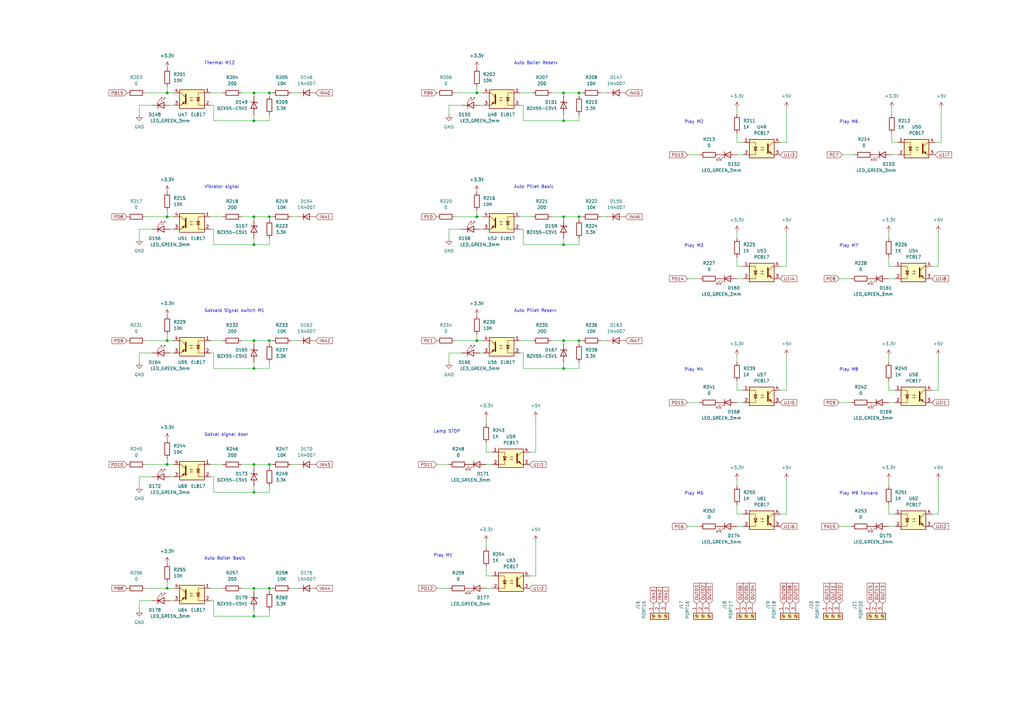
<source format=kicad_sch>
(kicad_sch (version 20211123) (generator eeschema)
  (paper "A3")
  (junction (at 110.49 241.3))
  (junction (at 104.14 88.9))
  (junction (at 195.58 88.9))
  (junction (at 104.14 49.53))
  (junction (at 104.14 201.93))
  (junction (at 104.14 241.3))
  (junction (at 110.49 38.1))
  (junction (at 237.49 38.1))
  (junction (at 68.58 38.1))
  (junction (at 195.58 139.7))
  (junction (at 68.58 139.7))
  (junction (at 231.14 151.13))
  (junction (at 231.14 38.1))
  (junction (at 231.14 49.53))
  (junction (at 231.14 88.9))
  (junction (at 104.14 151.13))
  (junction (at 104.14 100.33))
  (junction (at 68.58 88.9))
  (junction (at 104.14 38.1))
  (junction (at 110.49 190.5))
  (junction (at 231.14 100.33))
  (junction (at 237.49 139.7))
  (junction (at 104.14 252.73))
  (junction (at 110.49 88.9))
  (junction (at 195.58 38.1))
  (junction (at 231.14 139.7))
  (junction (at 237.49 88.9))
  (junction (at 104.14 139.7))
  (junction (at 68.58 241.3))
  (junction (at 110.49 139.7))
  (junction (at 68.58 190.5))
  (junction (at 104.14 190.5))
  (wire (pts (xy 104.14 191.77) (xy 104.14 190.5)))
  (wire (pts (xy 99.06 38.1) (xy 104.14 38.1)))
  (wire (pts (xy 214.63 49.53) (xy 231.14 49.53)))
  (wire (pts (xy 199.39 185.42) (xy 201.93 185.42)))
  (wire (pts (xy 231.14 97.79) (xy 231.14 100.33)))
  (wire (pts (xy 104.14 139.7) (xy 110.49 139.7)))
  (wire (pts (xy 364.49 95.25) (xy 364.49 97.79)))
  (wire (pts (xy 364.49 109.22) (xy 367.03 109.22)))
  (wire (pts (xy 322.58 196.85) (xy 322.58 210.82)))
  (wire (pts (xy 214.63 144.78) (xy 214.63 151.13)))
  (wire (pts (xy 104.14 241.3) (xy 110.49 241.3)))
  (wire (pts (xy 86.36 144.78) (xy 87.63 144.78)))
  (wire (pts (xy 364.49 146.05) (xy 364.49 148.59)))
  (wire (pts (xy 195.58 88.9) (xy 198.12 88.9)))
  (wire (pts (xy 237.49 140.97) (xy 237.49 139.7)))
  (wire (pts (xy 302.26 160.02) (xy 304.8 160.02)))
  (wire (pts (xy 383.54 58.42) (xy 386.08 58.42)))
  (wire (pts (xy 364.49 105.41) (xy 364.49 109.22)))
  (wire (pts (xy 186.69 139.7) (xy 195.58 139.7)))
  (wire (pts (xy 68.58 241.3) (xy 71.12 241.3)))
  (wire (pts (xy 231.14 140.97) (xy 231.14 139.7)))
  (wire (pts (xy 231.14 46.99) (xy 231.14 49.53)))
  (wire (pts (xy 302.26 196.85) (xy 302.26 199.39)))
  (wire (pts (xy 110.49 100.33) (xy 104.14 100.33)))
  (wire (pts (xy 186.69 88.9) (xy 195.58 88.9)))
  (wire (pts (xy 382.27 210.82) (xy 384.81 210.82)))
  (wire (pts (xy 196.85 93.98) (xy 198.12 93.98)))
  (wire (pts (xy 231.14 88.9) (xy 237.49 88.9)))
  (wire (pts (xy 184.15 46.99) (xy 184.15 43.18)))
  (wire (pts (xy 110.49 191.77) (xy 110.49 190.5)))
  (wire (pts (xy 214.63 43.18) (xy 214.63 49.53)))
  (wire (pts (xy 195.58 139.7) (xy 198.12 139.7)))
  (wire (pts (xy 104.14 97.79) (xy 104.14 100.33)))
  (wire (pts (xy 184.15 148.59) (xy 184.15 144.78)))
  (wire (pts (xy 226.06 139.7) (xy 231.14 139.7)))
  (wire (pts (xy 179.07 241.3) (xy 184.15 241.3)))
  (wire (pts (xy 119.38 190.5) (xy 121.92 190.5)))
  (wire (pts (xy 86.36 93.98) (xy 87.63 93.98)))
  (wire (pts (xy 87.63 246.38) (xy 87.63 252.73)))
  (wire (pts (xy 302.26 165.1) (xy 304.8 165.1)))
  (wire (pts (xy 87.63 93.98) (xy 87.63 100.33)))
  (wire (pts (xy 87.63 195.58) (xy 87.63 201.93)))
  (wire (pts (xy 384.81 95.25) (xy 384.81 109.22)))
  (wire (pts (xy 302.26 207.01) (xy 302.26 210.82)))
  (wire (pts (xy 68.58 238.76) (xy 68.58 241.3)))
  (wire (pts (xy 87.63 144.78) (xy 87.63 151.13)))
  (wire (pts (xy 104.14 38.1) (xy 110.49 38.1)))
  (wire (pts (xy 384.81 146.05) (xy 384.81 160.02)))
  (wire (pts (xy 68.58 35.56) (xy 68.58 38.1)))
  (wire (pts (xy 320.04 109.22) (xy 322.58 109.22)))
  (wire (pts (xy 302.26 146.05) (xy 302.26 148.59)))
  (wire (pts (xy 237.49 90.17) (xy 237.49 88.9)))
  (wire (pts (xy 59.69 38.1) (xy 68.58 38.1)))
  (wire (pts (xy 110.49 97.79) (xy 110.49 100.33)))
  (wire (pts (xy 213.36 88.9) (xy 218.44 88.9)))
  (wire (pts (xy 87.63 49.53) (xy 104.14 49.53)))
  (wire (pts (xy 199.39 171.45) (xy 199.39 173.99)))
  (wire (pts (xy 119.38 38.1) (xy 121.92 38.1)))
  (wire (pts (xy 110.49 38.1) (xy 111.76 38.1)))
  (wire (pts (xy 302.26 210.82) (xy 304.8 210.82)))
  (wire (pts (xy 110.49 49.53) (xy 104.14 49.53)))
  (wire (pts (xy 345.44 63.5) (xy 350.52 63.5)))
  (wire (pts (xy 237.49 151.13) (xy 231.14 151.13)))
  (wire (pts (xy 231.14 139.7) (xy 237.49 139.7)))
  (wire (pts (xy 195.58 35.56) (xy 195.58 38.1)))
  (wire (pts (xy 281.94 215.9) (xy 287.02 215.9)))
  (wire (pts (xy 68.58 38.1) (xy 71.12 38.1)))
  (wire (pts (xy 302.26 54.61) (xy 302.26 58.42)))
  (wire (pts (xy 213.36 43.18) (xy 214.63 43.18)))
  (wire (pts (xy 57.15 246.38) (xy 62.23 246.38)))
  (wire (pts (xy 99.06 190.5) (xy 104.14 190.5)))
  (wire (pts (xy 99.06 88.9) (xy 104.14 88.9)))
  (wire (pts (xy 226.06 88.9) (xy 231.14 88.9)))
  (wire (pts (xy 237.49 148.59) (xy 237.49 151.13)))
  (wire (pts (xy 110.49 140.97) (xy 110.49 139.7)))
  (wire (pts (xy 320.04 160.02) (xy 322.58 160.02)))
  (wire (pts (xy 119.38 88.9) (xy 121.92 88.9)))
  (wire (pts (xy 87.63 100.33) (xy 104.14 100.33)))
  (wire (pts (xy 364.49 210.82) (xy 367.03 210.82)))
  (wire (pts (xy 237.49 88.9) (xy 238.76 88.9)))
  (wire (pts (xy 68.58 187.96) (xy 68.58 190.5)))
  (wire (pts (xy 57.15 144.78) (xy 62.23 144.78)))
  (wire (pts (xy 231.14 90.17) (xy 231.14 88.9)))
  (wire (pts (xy 110.49 242.57) (xy 110.49 241.3)))
  (wire (pts (xy 237.49 46.99) (xy 237.49 49.53)))
  (wire (pts (xy 68.58 139.7) (xy 71.12 139.7)))
  (wire (pts (xy 69.85 246.38) (xy 71.12 246.38)))
  (wire (pts (xy 104.14 190.5) (xy 110.49 190.5)))
  (wire (pts (xy 237.49 139.7) (xy 238.76 139.7)))
  (wire (pts (xy 110.49 151.13) (xy 104.14 151.13)))
  (wire (pts (xy 246.38 139.7) (xy 248.92 139.7)))
  (wire (pts (xy 110.49 148.59) (xy 110.49 151.13)))
  (wire (pts (xy 213.36 38.1) (xy 218.44 38.1)))
  (wire (pts (xy 365.76 58.42) (xy 368.3 58.42)))
  (wire (pts (xy 110.49 241.3) (xy 111.76 241.3)))
  (wire (pts (xy 69.85 195.58) (xy 71.12 195.58)))
  (wire (pts (xy 386.08 44.45) (xy 386.08 58.42)))
  (wire (pts (xy 119.38 241.3) (xy 121.92 241.3)))
  (wire (pts (xy 281.94 114.3) (xy 287.02 114.3)))
  (wire (pts (xy 384.81 196.85) (xy 384.81 210.82)))
  (wire (pts (xy 246.38 88.9) (xy 248.92 88.9)))
  (wire (pts (xy 302.26 156.21) (xy 302.26 160.02)))
  (wire (pts (xy 199.39 241.3) (xy 201.93 241.3)))
  (wire (pts (xy 69.85 43.18) (xy 71.12 43.18)))
  (wire (pts (xy 364.49 196.85) (xy 364.49 199.39)))
  (wire (pts (xy 302.26 114.3) (xy 304.8 114.3)))
  (wire (pts (xy 68.58 86.36) (xy 68.58 88.9)))
  (wire (pts (xy 110.49 139.7) (xy 111.76 139.7)))
  (wire (pts (xy 184.15 97.79) (xy 184.15 93.98)))
  (wire (pts (xy 213.36 93.98) (xy 214.63 93.98)))
  (wire (pts (xy 382.27 109.22) (xy 384.81 109.22)))
  (wire (pts (xy 364.49 114.3) (xy 367.03 114.3)))
  (wire (pts (xy 365.76 44.45) (xy 365.76 46.99)))
  (wire (pts (xy 87.63 151.13) (xy 104.14 151.13)))
  (wire (pts (xy 104.14 242.57) (xy 104.14 241.3)))
  (wire (pts (xy 99.06 241.3) (xy 104.14 241.3)))
  (wire (pts (xy 110.49 250.19) (xy 110.49 252.73)))
  (wire (pts (xy 57.15 250.19) (xy 57.15 246.38)))
  (wire (pts (xy 320.04 58.42) (xy 322.58 58.42)))
  (wire (pts (xy 281.94 165.1) (xy 287.02 165.1)))
  (wire (pts (xy 213.36 139.7) (xy 218.44 139.7)))
  (wire (pts (xy 195.58 86.36) (xy 195.58 88.9)))
  (wire (pts (xy 104.14 199.39) (xy 104.14 201.93)))
  (wire (pts (xy 364.49 215.9) (xy 367.03 215.9)))
  (wire (pts (xy 86.36 43.18) (xy 87.63 43.18)))
  (wire (pts (xy 322.58 44.45) (xy 322.58 58.42)))
  (wire (pts (xy 302.26 95.25) (xy 302.26 97.79)))
  (wire (pts (xy 344.17 215.9) (xy 349.25 215.9)))
  (wire (pts (xy 186.69 38.1) (xy 195.58 38.1)))
  (wire (pts (xy 302.26 63.5) (xy 304.8 63.5)))
  (wire (pts (xy 365.76 63.5) (xy 368.3 63.5)))
  (wire (pts (xy 302.26 44.45) (xy 302.26 46.99)))
  (wire (pts (xy 365.76 54.61) (xy 365.76 58.42)))
  (wire (pts (xy 302.26 58.42) (xy 304.8 58.42)))
  (wire (pts (xy 59.69 190.5) (xy 68.58 190.5)))
  (wire (pts (xy 195.58 137.16) (xy 195.58 139.7)))
  (wire (pts (xy 68.58 88.9) (xy 71.12 88.9)))
  (wire (pts (xy 104.14 140.97) (xy 104.14 139.7)))
  (wire (pts (xy 214.63 100.33) (xy 231.14 100.33)))
  (wire (pts (xy 364.49 156.21) (xy 364.49 160.02)))
  (wire (pts (xy 86.36 139.7) (xy 91.44 139.7)))
  (wire (pts (xy 199.39 222.25) (xy 199.39 224.79)))
  (wire (pts (xy 219.71 171.45) (xy 219.71 185.42)))
  (wire (pts (xy 199.39 181.61) (xy 199.39 185.42)))
  (wire (pts (xy 322.58 95.25) (xy 322.58 109.22)))
  (wire (pts (xy 110.49 39.37) (xy 110.49 38.1)))
  (wire (pts (xy 217.17 185.42) (xy 219.71 185.42)))
  (wire (pts (xy 68.58 137.16) (xy 68.58 139.7)))
  (wire (pts (xy 110.49 252.73) (xy 104.14 252.73)))
  (wire (pts (xy 302.26 215.9) (xy 304.8 215.9)))
  (wire (pts (xy 99.06 139.7) (xy 104.14 139.7)))
  (wire (pts (xy 344.17 165.1) (xy 349.25 165.1)))
  (wire (pts (xy 69.85 144.78) (xy 71.12 144.78)))
  (wire (pts (xy 322.58 146.05) (xy 322.58 160.02)))
  (wire (pts (xy 320.04 210.82) (xy 322.58 210.82)))
  (wire (pts (xy 110.49 190.5) (xy 111.76 190.5)))
  (wire (pts (xy 196.85 43.18) (xy 198.12 43.18)))
  (wire (pts (xy 86.36 241.3) (xy 91.44 241.3)))
  (wire (pts (xy 57.15 199.39) (xy 57.15 195.58)))
  (wire (pts (xy 231.14 38.1) (xy 237.49 38.1)))
  (wire (pts (xy 184.15 144.78) (xy 189.23 144.78)))
  (wire (pts (xy 104.14 39.37) (xy 104.14 38.1)))
  (wire (pts (xy 59.69 139.7) (xy 68.58 139.7)))
  (wire (pts (xy 69.85 93.98) (xy 71.12 93.98)))
  (wire (pts (xy 231.14 148.59) (xy 231.14 151.13)))
  (wire (pts (xy 110.49 88.9) (xy 111.76 88.9)))
  (wire (pts (xy 213.36 144.78) (xy 214.63 144.78)))
  (wire (pts (xy 199.39 190.5) (xy 201.93 190.5)))
  (wire (pts (xy 302.26 109.22) (xy 304.8 109.22)))
  (wire (pts (xy 237.49 97.79) (xy 237.49 100.33)))
  (wire (pts (xy 217.17 236.22) (xy 219.71 236.22)))
  (wire (pts (xy 214.63 151.13) (xy 231.14 151.13)))
  (wire (pts (xy 214.63 93.98) (xy 214.63 100.33)))
  (wire (pts (xy 87.63 252.73) (xy 104.14 252.73)))
  (wire (pts (xy 68.58 190.5) (xy 71.12 190.5)))
  (wire (pts (xy 237.49 39.37) (xy 237.49 38.1)))
  (wire (pts (xy 57.15 195.58) (xy 62.23 195.58)))
  (wire (pts (xy 119.38 139.7) (xy 121.92 139.7)))
  (wire (pts (xy 86.36 190.5) (xy 91.44 190.5)))
  (wire (pts (xy 302.26 105.41) (xy 302.26 109.22)))
  (wire (pts (xy 364.49 165.1) (xy 367.03 165.1)))
  (wire (pts (xy 364.49 160.02) (xy 367.03 160.02)))
  (wire (pts (xy 344.17 114.3) (xy 349.25 114.3)))
  (wire (pts (xy 86.36 88.9) (xy 91.44 88.9)))
  (wire (pts (xy 86.36 246.38) (xy 87.63 246.38)))
  (wire (pts (xy 199.39 232.41) (xy 199.39 236.22)))
  (wire (pts (xy 104.14 88.9) (xy 110.49 88.9)))
  (wire (pts (xy 59.69 241.3) (xy 68.58 241.3)))
  (wire (pts (xy 104.14 148.59) (xy 104.14 151.13)))
  (wire (pts (xy 86.36 38.1) (xy 91.44 38.1)))
  (wire (pts (xy 179.07 190.5) (xy 184.15 190.5)))
  (wire (pts (xy 110.49 201.93) (xy 104.14 201.93)))
  (wire (pts (xy 57.15 46.99) (xy 57.15 43.18)))
  (wire (pts (xy 231.14 39.37) (xy 231.14 38.1)))
  (wire (pts (xy 219.71 222.25) (xy 219.71 236.22)))
  (wire (pts (xy 226.06 38.1) (xy 231.14 38.1)))
  (wire (pts (xy 87.63 43.18) (xy 87.63 49.53)))
  (wire (pts (xy 104.14 250.19) (xy 104.14 252.73)))
  (wire (pts (xy 246.38 38.1) (xy 248.92 38.1)))
  (wire (pts (xy 196.85 144.78) (xy 198.12 144.78)))
  (wire (pts (xy 110.49 90.17) (xy 110.49 88.9)))
  (wire (pts (xy 110.49 46.99) (xy 110.49 49.53)))
  (wire (pts (xy 237.49 38.1) (xy 238.76 38.1)))
  (wire (pts (xy 199.39 236.22) (xy 201.93 236.22)))
  (wire (pts (xy 195.58 38.1) (xy 198.12 38.1)))
  (wire (pts (xy 382.27 160.02) (xy 384.81 160.02)))
  (wire (pts (xy 87.63 201.93) (xy 104.14 201.93)))
  (wire (pts (xy 237.49 49.53) (xy 231.14 49.53)))
  (wire (pts (xy 110.49 199.39) (xy 110.49 201.93)))
  (wire (pts (xy 57.15 148.59) (xy 57.15 144.78)))
  (wire (pts (xy 184.15 93.98) (xy 189.23 93.98)))
  (wire (pts (xy 104.14 46.99) (xy 104.14 49.53)))
  (wire (pts (xy 57.15 93.98) (xy 62.23 93.98)))
  (wire (pts (xy 281.94 63.5) (xy 287.02 63.5)))
  (wire (pts (xy 86.36 195.58) (xy 87.63 195.58)))
  (wire (pts (xy 237.49 100.33) (xy 231.14 100.33)))
  (wire (pts (xy 57.15 43.18) (xy 62.23 43.18)))
  (wire (pts (xy 57.15 97.79) (xy 57.15 93.98)))
  (wire (pts (xy 59.69 88.9) (xy 68.58 88.9)))
  (wire (pts (xy 364.49 207.01) (xy 364.49 210.82)))
  (wire (pts (xy 104.14 90.17) (xy 104.14 88.9)))
  (wire (pts (xy 184.15 43.18) (xy 189.23 43.18)))
  (text "Vibrator signal" (at 83.82 77.47 0) (effects (font (size 1.27 1.27)) (justify left bottom)))
  (text "Play M3" (at 280.67 101.6 0) (effects (font (size 1.27 1.27)) (justify left bottom)))
  (text "Play M2" (at 280.67 50.8 0) (effects (font (size 1.27 1.27)) (justify left bottom)))
  (text "Play M7" (at 344.17 101.6 0) (effects (font (size 1.27 1.27)) (justify left bottom)))
  (text "Play M1" (at 177.8 228.6 0) (effects (font (size 1.27 1.27)) (justify left bottom)))
  (text "Gotvald Signal switch M1" (at 83.82 128.27 0) (effects (font (size 1.27 1.27)) (justify left bottom)))
  (text "Play M8" (at 344.17 152.4 0) (effects (font (size 1.27 1.27)) (justify left bottom)))
  (text "Play M4" (at 280.67 152.4 0) (effects (font (size 1.27 1.27)) (justify left bottom)))
  (text "Play M9 Forvard" (at 344.17 203.2 0) (effects (font (size 1.27 1.27)) (justify left bottom)))
  (text "Auto Pillet Basic" (at 210.82 77.47 0) (effects (font (size 1.27 1.27)) (justify left bottom)))
  (text "Auto Boiler Basic" (at 83.82 229.87 0) (effects (font (size 1.27 1.27)) (justify left bottom)))
  (text "Lamp STOP" (at 177.8 177.8 0) (effects (font (size 1.27 1.27)) (justify left bottom)))
  (text "Auto Pillet Reserv" (at 210.82 128.27 0) (effects (font (size 1.27 1.27)) (justify left bottom)))
  (text "Gotval signal door" (at 83.82 179.07 0) (effects (font (size 1.27 1.27)) (justify left bottom)))
  (text "Auto Boiler Reserv" (at 210.82 26.67 0) (effects (font (size 1.27 1.27)) (justify left bottom)))
  (text "Play M6" (at 344.17 50.8 0) (effects (font (size 1.27 1.27)) (justify left bottom)))
  (text "Play M5" (at 280.67 203.2 0) (effects (font (size 1.27 1.27)) (justify left bottom)))
  (text "Thermal M12" (at 83.82 26.67 0) (effects (font (size 1.27 1.27)) (justify left bottom)))
  (global_label "OUT14" (shape input) (at 359.41 247.65 90) (property "Intersheet References" "${INTERSHEET_REFS}" (effects hide)))
  (global_label "PB8" (shape input) (at 52.07 241.3 180) (property "Intersheet References" "${INTERSHEET_REFS}" (effects hide)))
  (global_label "OUT02" (shape input) (at 288.29 247.65 90) (property "Intersheet References" "${INTERSHEET_REFS}" (effects hide)))
  (global_label "OUT05" (shape input) (at 306.07 247.65 90) (property "Intersheet References" "${INTERSHEET_REFS}" (effects hide)))
  (global_label "PE1" (shape input) (at 179.07 139.7 180) (property "Intersheet References" "${INTERSHEET_REFS}" (effects hide)))
  (global_label "U1I7" (shape input) (at 383.54 63.5 0) (property "Intersheet References" "${INTERSHEET_REFS}" (effects hide)))
  (global_label "U1I8" (shape input) (at 382.27 114.3 0) (property "Intersheet References" "${INTERSHEET_REFS}" (effects hide)))
  (global_label "PD11" (shape input) (at 179.07 190.5 180) (property "Intersheet References" "${INTERSHEET_REFS}" (effects hide)))
  (global_label "PA15" (shape input) (at 344.17 215.9 180) (property "Intersheet References" "${INTERSHEET_REFS}" (effects hide)))
  (global_label "IN41" (shape input) (at 129.54 88.9 0) (property "Intersheet References" "${INTERSHEET_REFS}" (effects hide)))
  (global_label "OUT06" (shape input) (at 303.53 247.65 90) (property "Intersheet References" "${INTERSHEET_REFS}" (effects hide)))
  (global_label "IN40" (shape input) (at 129.54 38.1 0) (property "Intersheet References" "${INTERSHEET_REFS}" (effects hide)))
  (global_label "U2I2" (shape input) (at 382.27 215.9 0) (property "Intersheet References" "${INTERSHEET_REFS}" (effects hide)))
  (global_label "IN44" (shape input) (at 129.54 241.3 0) (property "Intersheet References" "${INTERSHEET_REFS}" (effects hide)))
  (global_label "U1I1" (shape input) (at 217.17 190.5 0) (property "Intersheet References" "${INTERSHEET_REFS}" (effects hide)))
  (global_label "PD8" (shape input) (at 52.07 88.9 180) (property "Intersheet References" "${INTERSHEET_REFS}" (effects hide)))
  (global_label "IN47" (shape input) (at 256.54 139.7 0) (property "Intersheet References" "${INTERSHEET_REFS}" (effects hide)))
  (global_label "PD15" (shape input) (at 281.94 165.1 180) (property "Intersheet References" "${INTERSHEET_REFS}" (effects hide)))
  (global_label "OUT13" (shape input) (at 361.95 247.65 90) (property "Intersheet References" "${INTERSHEET_REFS}" (effects hide)))
  (global_label "OUT04" (shape input) (at 308.61 247.65 90) (property "Intersheet References" "${INTERSHEET_REFS}" (effects hide)))
  (global_label "U1I6" (shape input) (at 320.04 215.9 0) (property "Intersheet References" "${INTERSHEET_REFS}" (effects hide)))
  (global_label "PD10" (shape input) (at 52.07 190.5 180) (property "Intersheet References" "${INTERSHEET_REFS}" (effects hide)))
  (global_label "OUT07" (shape input) (at 326.39 247.65 90) (property "Intersheet References" "${INTERSHEET_REFS}" (effects hide)))
  (global_label "OUT11" (shape input) (at 341.63 247.65 90) (property "Intersheet References" "${INTERSHEET_REFS}" (effects hide)))
  (global_label "PC9" (shape input) (at 344.17 165.1 180) (property "Intersheet References" "${INTERSHEET_REFS}" (effects hide)))
  (global_label "PC7" (shape input) (at 345.44 63.5 180) (property "Intersheet References" "${INTERSHEET_REFS}" (effects hide)))
  (global_label "U1I3" (shape input) (at 320.04 63.5 0) (property "Intersheet References" "${INTERSHEET_REFS}" (effects hide)))
  (global_label "U1I2" (shape input) (at 217.17 241.3 0) (property "Intersheet References" "${INTERSHEET_REFS}" (effects hide)))
  (global_label "IN42" (shape input) (at 270.51 247.65 90) (property "Intersheet References" "${INTERSHEET_REFS}" (effects hide)))
  (global_label "U2I1" (shape input) (at 382.27 165.1 0) (property "Intersheet References" "${INTERSHEET_REFS}" (effects hide)))
  (global_label "IN41" (shape input) (at 273.05 247.65 90) (property "Intersheet References" "${INTERSHEET_REFS}" (effects hide)))
  (global_label "PB15" (shape input) (at 52.07 38.1 180) (property "Intersheet References" "${INTERSHEET_REFS}" (effects hide)))
  (global_label "OUT03" (shape input) (at 285.75 247.65 90) (property "Intersheet References" "${INTERSHEET_REFS}" (effects hide)))
  (global_label "PD13" (shape input) (at 281.94 63.5 180) (property "Intersheet References" "${INTERSHEET_REFS}" (effects hide)))
  (global_label "PC6" (shape input) (at 281.94 215.9 180) (property "Intersheet References" "${INTERSHEET_REFS}" (effects hide)))
  (global_label "OUT08" (shape input) (at 323.85 247.65 90) (property "Intersheet References" "${INTERSHEET_REFS}" (effects hide)))
  (global_label "PD9" (shape input) (at 52.07 139.7 180) (property "Intersheet References" "${INTERSHEET_REFS}" (effects hide)))
  (global_label "PD14" (shape input) (at 281.94 114.3 180) (property "Intersheet References" "${INTERSHEET_REFS}" (effects hide)))
  (global_label "U1I4" (shape input) (at 320.04 114.3 0) (property "Intersheet References" "${INTERSHEET_REFS}" (effects hide)))
  (global_label "PD12" (shape input) (at 179.07 241.3 180) (property "Intersheet References" "${INTERSHEET_REFS}" (effects hide)))
  (global_label "IN43" (shape input) (at 267.97 247.65 90) (property "Intersheet References" "${INTERSHEET_REFS}" (effects hide)))
  (global_label "PE0" (shape input) (at 179.07 88.9 180) (property "Intersheet References" "${INTERSHEET_REFS}" (effects hide)))
  (global_label "OUT01" (shape input) (at 290.83 247.65 90) (property "Intersheet References" "${INTERSHEET_REFS}" (effects hide)))
  (global_label "PB9" (shape input) (at 179.07 38.1 180) (property "Intersheet References" "${INTERSHEET_REFS}" (effects hide)))
  (global_label "PC8" (shape input) (at 344.17 114.3 180) (property "Intersheet References" "${INTERSHEET_REFS}" (effects hide)))
  (global_label "IN46" (shape input) (at 256.54 88.9 0) (property "Intersheet References" "${INTERSHEET_REFS}" (effects hide)))
  (global_label "OUT10" (shape input) (at 344.17 247.65 90) (property "Intersheet References" "${INTERSHEET_REFS}" (effects hide)))
  (global_label "OUT12" (shape input) (at 339.09 247.65 90) (property "Intersheet References" "${INTERSHEET_REFS}" (effects hide)))
  (global_label "OUT15" (shape input) (at 356.87 247.65 90) (property "Intersheet References" "${INTERSHEET_REFS}" (effects hide)))
  (global_label "IN45" (shape input) (at 256.54 38.1 0) (property "Intersheet References" "${INTERSHEET_REFS}" (effects hide)))
  (global_label "IN43" (shape input) (at 129.54 190.5 0) (property "Intersheet References" "${INTERSHEET_REFS}" (effects hide)))
  (global_label "U1I5" (shape input) (at 320.04 165.1 0) (property "Intersheet References" "${INTERSHEET_REFS}" (effects hide)))
  (global_label "OUT09" (shape input) (at 321.31 247.65 90) (property "Intersheet References" "${INTERSHEET_REFS}" (effects hide)))
  (global_label "IN42" (shape input) (at 129.54 139.7 0) (property "Intersheet References" "${INTERSHEET_REFS}" (effects hide)))
  (symbol (lib_id "Device:R") (at 290.83 114.3 90) (unit 1)
    (property "Reference" "R227" (at 290.83 107.95 90))
    (property "Value" "0" (at 290.83 110.49 90))
    (property "Footprint" "Resistor_SMD:R_0805_2012Metric" (effects hide))
  )
  (symbol (lib_id "Device:R") (at 242.57 38.1 90) (unit 1)
    (property "Reference" "R208" (at 242.57 31.75 90))
    (property "Value" "10K" (at 242.57 34.29 90))
    (property "Footprint" "Resistor_SMD:R_2512_6332Metric" (effects hide))
  )
  (symbol (lib_id "Diode:1N4007") (at 252.73 38.1 0) (unit 1)
    (property "Reference" "D147" (at 252.73 31.75 0))
    (property "Value" "1N4007" (at 252.73 34.29 0))
    (property "Footprint" "Diode_THT:D_DO-41_SOD81_P10.16mm_Horizontal" (effects hide))
    (property "Datasheet" "http://www.vishay.com/docs/88503/1n4001.pdf" (effects hide))
  )
  (symbol (lib_id "Device:R") (at 353.06 165.1 90) (unit 1)
    (property "Reference" "R242" (at 353.06 158.75 90))
    (property "Value" "0" (at 353.06 161.29 90))
    (property "Footprint" "Resistor_SMD:R_0805_2012Metric" (effects hide))
  )
  (symbol (lib_id "Device:R") (at 222.25 139.7 90) (unit 1)
    (property "Reference" "R235" (at 222.25 133.35 90))
    (property "Value" "200" (at 222.25 135.89 90))
    (property "Footprint" "Resistor_SMD:R_0805_2012Metric" (effects hide))
  )
  (symbol (lib_id "Device:D_Zener") (at 104.14 43.18 270) (unit 1)
    (property "Reference" "D149" (at 96.52 41.91 90) (effects (justify left)))
    (property "Value" "BZX55-C5V1" (at 88.9 44.45 90) (effects (justify left)))
    (property "Footprint" "Diode_THT:D_DO-35_SOD27_P2.54mm_Vertical_AnodeUp" (effects hide))
  )
  (symbol (lib_id "power:+3.3V") (at 68.58 27.94 0) (unit 1)
    (property "Reference" "#PWR0105" (effects hide))
    (property "Value" "+3.3V" (at 68.58 22.86 0))
  )
  (symbol (lib_id "power:+3.3V") (at 195.58 78.74 0) (unit 1)
    (property "Reference" "#PWR0114" (effects hide))
    (property "Value" "+3.3V" (at 195.58 73.66 0))
  )
  (symbol (lib_id "Isolator:EL817") (at 78.74 243.84 0) (mirror y) (unit 1)
    (property "Reference" "U64" (at 74.93 250.19 0))
    (property "Value" "EL817" (at 81.28 250.19 0))
    (property "Footprint" "Package_DIP:DIP-4_W7.62mm" (effects hide))
    (property "Datasheet" "http://www.everlight.com/file/ProductFile/EL817.pdf" (effects hide))
  )
  (symbol (lib_id "Device:R") (at 95.25 190.5 90) (unit 1)
    (property "Reference" "R246" (at 95.25 184.15 90))
    (property "Value" "200" (at 95.25 186.69 90))
    (property "Footprint" "Resistor_SMD:R_0805_2012Metric" (effects hide))
  )
  (symbol (lib_id "power:+3.3V") (at 302.26 196.85 0) (unit 1)
    (property "Reference" "#PWR0132" (effects hide))
    (property "Value" "+3.3V" (at 302.26 191.77 0))
  )
  (symbol (lib_id "Connector:Screw_Terminal_01x03") (at 270.51 252.73 90) (mirror x) (unit 1)
    (property "Reference" "J16" (at 261.62 246.38 0) (effects (justify left)))
    (property "Value" "PORT15" (at 264.16 246.38 0) (effects (justify left)))
    (property "Footprint" "MY_LIBRARYS:DG306-5.0-03P-12-00A" (effects hide))
  )
  (symbol (lib_id "Device:R") (at 354.33 63.5 90) (unit 1)
    (property "Reference" "R214" (at 354.33 57.15 90))
    (property "Value" "0" (at 354.33 59.69 90))
    (property "Footprint" "Resistor_SMD:R_0805_2012Metric" (effects hide))
  )
  (symbol (lib_id "power:GND") (at 57.15 199.39 0) (unit 1)
    (property "Reference" "#PWR0136" (effects hide))
    (property "Value" "GND" (at 57.15 204.47 0))
  )
  (symbol (lib_id "Device:R") (at 199.39 177.8 0) (unit 1)
    (property "Reference" "R243" (at 201.93 176.5299 0) (effects (justify left)))
    (property "Value" "1K" (at 201.93 179.0699 0) (effects (justify left)))
    (property "Footprint" "Resistor_SMD:R_0805_2012Metric" (effects hide))
  )
  (symbol (lib_id "Device:D_Zener") (at 104.14 144.78 270) (unit 1)
    (property "Reference" "D165" (at 96.52 143.51 90) (effects (justify left)))
    (property "Value" "BZX55-C5V1" (at 88.9 146.05 90) (effects (justify left)))
    (property "Footprint" "Diode_THT:D_DO-35_SOD27_P2.54mm_Vertical_AnodeUp" (effects hide))
  )
  (symbol (lib_id "Device:R") (at 237.49 93.98 0) (unit 1)
    (property "Reference" "R224" (at 240.03 92.7099 0) (effects (justify left)))
    (property "Value" "3.3K" (at 240.03 95.2499 0) (effects (justify left)))
    (property "Footprint" "Resistor_SMD:R_1206_3216Metric" (effects hide))
  )
  (symbol (lib_id "Device:R") (at 199.39 228.6 0) (unit 1)
    (property "Reference" "R254" (at 201.93 227.3299 0) (effects (justify left)))
    (property "Value" "1K" (at 201.93 229.8699 0) (effects (justify left)))
    (property "Footprint" "Resistor_SMD:R_0805_2012Metric" (effects hide))
  )
  (symbol (lib_id "Device:D_Zener") (at 104.14 195.58 270) (unit 1)
    (property "Reference" "D173" (at 96.52 194.31 90) (effects (justify left)))
    (property "Value" "BZX55-C5V1" (at 88.9 196.85 90) (effects (justify left)))
    (property "Footprint" "Diode_THT:D_DO-35_SOD27_P2.54mm_Vertical_AnodeUp" (effects hide))
  )
  (symbol (lib_id "Device:R") (at 95.25 139.7 90) (unit 1)
    (property "Reference" "R232" (at 95.25 133.35 90))
    (property "Value" "200" (at 95.25 135.89 90))
    (property "Footprint" "Resistor_SMD:R_0805_2012Metric" (effects hide))
  )
  (symbol (lib_id "Device:R") (at 68.58 184.15 0) (unit 1)
    (property "Reference" "R244" (at 71.12 182.8799 0) (effects (justify left)))
    (property "Value" "10K" (at 71.12 185.4199 0) (effects (justify left)))
    (property "Footprint" "Resistor_SMD:R_0805_2012Metric" (effects hide))
  )
  (symbol (lib_id "Device:R") (at 237.49 144.78 0) (unit 1)
    (property "Reference" "R238" (at 240.03 143.5099 0) (effects (justify left)))
    (property "Value" "3.3K" (at 240.03 146.0499 0) (effects (justify left)))
    (property "Footprint" "Resistor_SMD:R_1206_3216Metric" (effects hide))
  )
  (symbol (lib_id "Device:R") (at 302.26 203.2 0) (unit 1)
    (property "Reference" "R250" (at 304.8 201.9299 0) (effects (justify left)))
    (property "Value" "1K" (at 304.8 204.4699 0) (effects (justify left)))
    (property "Footprint" "Resistor_SMD:R_0805_2012Metric" (effects hide))
  )
  (symbol (lib_id "Device:R") (at 365.76 50.8 0) (unit 1)
    (property "Reference" "R212" (at 368.3 49.5299 0) (effects (justify left)))
    (property "Value" "1K" (at 368.3 52.0699 0) (effects (justify left)))
    (property "Footprint" "Resistor_SMD:R_0805_2012Metric" (effects hide))
  )
  (symbol (lib_id "power:+3.3V") (at 302.26 44.45 0) (unit 1)
    (property "Reference" "#PWR0107" (effects hide))
    (property "Value" "+3.3V" (at 302.26 39.37 0))
  )
  (symbol (lib_id "power:GND") (at 57.15 148.59 0) (unit 1)
    (property "Reference" "#PWR0127" (effects hide))
    (property "Value" "GND" (at 57.15 153.67 0))
  )
  (symbol (lib_id "Device:LED") (at 298.45 114.3 0) (unit 1)
    (property "Reference" "D160" (at 300.99 118.11 0))
    (property "Value" "LED_GREEN_3mm" (at 295.91 120.65 0))
    (property "Footprint" "LED_THT:LED_D3.0mm" (effects hide))
  )
  (symbol (lib_id "Device:R") (at 95.25 88.9 90) (unit 1)
    (property "Reference" "R218" (at 95.25 82.55 90))
    (property "Value" "200" (at 95.25 85.09 90))
    (property "Footprint" "Resistor_SMD:R_0805_2012Metric" (effects hide))
  )
  (symbol (lib_id "Device:R") (at 302.26 50.8 0) (unit 1)
    (property "Reference" "R211" (at 304.8 49.5299 0) (effects (justify left)))
    (property "Value" "1K" (at 304.8 52.0699 0) (effects (justify left)))
    (property "Footprint" "Resistor_SMD:R_0805_2012Metric" (effects hide))
  )
  (symbol (lib_id "LED:IR204A") (at 194.31 43.18 0) (unit 1)
    (property "Reference" "D150" (at 190.5 46.99 0))
    (property "Value" "LED_GREEN_3mm" (at 196.85 49.53 0))
    (property "Footprint" "LED_THT:LED_D3.0mm" (effects hide))
    (property "Datasheet" "http://www.everlight.com/file/ProductFile/IR204-A.pdf" (effects hide))
  )
  (symbol (lib_id "Device:LED") (at 195.58 241.3 0) (unit 1)
    (property "Reference" "D177" (at 198.12 245.11 0))
    (property "Value" "LED_GREEN_3mm" (at 193.04 247.65 0))
    (property "Footprint" "LED_THT:LED_D3.0mm" (effects hide))
  )
  (symbol (lib_id "power:+3.3V") (at 68.58 78.74 0) (unit 1)
    (property "Reference" "#PWR0113" (effects hide))
    (property "Value" "+3.3V" (at 68.58 73.66 0))
  )
  (symbol (lib_id "Diode:1N4007") (at 125.73 190.5 0) (unit 1)
    (property "Reference" "D170" (at 125.73 184.15 0))
    (property "Value" "1N4007" (at 125.73 186.69 0))
    (property "Footprint" "Diode_THT:D_DO-41_SOD81_P10.16mm_Horizontal" (effects hide))
    (property "Datasheet" "http://www.vishay.com/docs/88503/1n4001.pdf" (effects hide))
  )
  (symbol (lib_id "Device:R") (at 115.57 190.5 90) (unit 1)
    (property "Reference" "R247" (at 115.57 184.15 90))
    (property "Value" "10K" (at 115.57 186.69 90))
    (property "Footprint" "Resistor_SMD:R_2512_6332Metric" (effects hide))
  )
  (symbol (lib_id "power:+5V") (at 322.58 44.45 0) (unit 1)
    (property "Reference" "#PWR0108" (effects hide))
    (property "Value" "+5V" (at 322.58 39.37 0))
  )
  (symbol (lib_id "LED:IR204A") (at 194.31 144.78 0) (unit 1)
    (property "Reference" "D166" (at 190.5 148.59 0))
    (property "Value" "LED_GREEN_3mm" (at 196.85 151.13 0))
    (property "Footprint" "LED_THT:LED_D3.0mm" (effects hide))
    (property "Datasheet" "http://www.everlight.com/file/ProductFile/IR204-A.pdf" (effects hide))
  )
  (symbol (lib_id "Isolator:PC817") (at 374.65 162.56 0) (unit 1)
    (property "Reference" "U58" (at 374.65 153.67 0))
    (property "Value" "PC817" (at 374.65 156.21 0))
    (property "Footprint" "Package_DIP:DIP-4_W7.62mm" (effects hide))
    (property "Datasheet" "http://www.soselectronic.cz/a_info/resource/d/pc817.pdf" (effects hide))
  )
  (symbol (lib_id "LED:IR204A") (at 67.31 246.38 0) (unit 1)
    (property "Reference" "D178" (at 63.5 250.19 0))
    (property "Value" "LED_GREEN_3mm" (at 69.85 252.73 0))
    (property "Footprint" "LED_THT:LED_D3.0mm" (effects hide))
    (property "Datasheet" "http://www.everlight.com/file/ProductFile/IR204-A.pdf" (effects hide))
  )
  (symbol (lib_id "Device:LED") (at 298.45 165.1 0) (unit 1)
    (property "Reference" "D168" (at 300.99 168.91 0))
    (property "Value" "LED_GREEN_3mm" (at 295.91 171.45 0))
    (property "Footprint" "LED_THT:LED_D3.0mm" (effects hide))
  )
  (symbol (lib_id "Device:LED") (at 360.68 215.9 0) (unit 1)
    (property "Reference" "D175" (at 363.22 219.71 0))
    (property "Value" "LED_GREEN_3mm" (at 358.14 222.25 0))
    (property "Footprint" "LED_THT:LED_D3.0mm" (effects hide))
  )
  (symbol (lib_id "Device:LED") (at 361.95 63.5 0) (unit 1)
    (property "Reference" "D153" (at 364.49 67.31 0))
    (property "Value" "LED_GREEN_3mm" (at 359.41 69.85 0))
    (property "Footprint" "LED_THT:LED_D3.0mm" (effects hide))
  )
  (symbol (lib_id "power:GND") (at 184.15 97.79 0) (unit 1)
    (property "Reference" "#PWR0120" (effects hide))
    (property "Value" "GND" (at 184.15 102.87 0))
  )
  (symbol (lib_id "power:+5V") (at 322.58 146.05 0) (unit 1)
    (property "Reference" "#PWR0124" (effects hide))
    (property "Value" "+5V" (at 322.58 140.97 0))
  )
  (symbol (lib_id "Device:R") (at 55.88 88.9 90) (unit 1)
    (property "Reference" "R217" (at 55.88 82.55 90))
    (property "Value" "0" (at 55.88 85.09 90))
    (property "Footprint" "Resistor_SMD:R_0805_2012Metric" (effects hide))
  )
  (symbol (lib_id "Connector:Screw_Terminal_01x03") (at 288.29 252.73 90) (mirror x) (unit 1)
    (property "Reference" "J17" (at 279.4 246.38 0) (effects (justify left)))
    (property "Value" "PORT16" (at 281.94 246.38 0) (effects (justify left)))
    (property "Footprint" "MY_LIBRARYS:DG306-5.0-03P-12-00A" (effects hide))
  )
  (symbol (lib_id "power:+3.3V") (at 365.76 44.45 0) (unit 1)
    (property "Reference" "#PWR0109" (effects hide))
    (property "Value" "+3.3V" (at 365.76 39.37 0))
  )
  (symbol (lib_id "Device:R") (at 290.83 165.1 90) (unit 1)
    (property "Reference" "R241" (at 290.83 158.75 90))
    (property "Value" "0" (at 290.83 161.29 90))
    (property "Footprint" "Resistor_SMD:R_0805_2012Metric" (effects hide))
  )
  (symbol (lib_id "Device:R") (at 55.88 38.1 90) (unit 1)
    (property "Reference" "R203" (at 55.88 31.75 90))
    (property "Value" "0" (at 55.88 34.29 90))
    (property "Footprint" "Resistor_SMD:R_0805_2012Metric" (effects hide))
  )
  (symbol (lib_id "Device:R") (at 115.57 88.9 90) (unit 1)
    (property "Reference" "R219" (at 115.57 82.55 90))
    (property "Value" "10K" (at 115.57 85.09 90))
    (property "Footprint" "Resistor_SMD:R_2512_6332Metric" (effects hide))
  )
  (symbol (lib_id "Device:R") (at 195.58 31.75 0) (unit 1)
    (property "Reference" "R202" (at 198.12 30.4799 0) (effects (justify left)))
    (property "Value" "10K" (at 198.12 33.0199 0) (effects (justify left)))
    (property "Footprint" "Resistor_SMD:R_0805_2012Metric" (effects hide))
  )
  (symbol (lib_id "Device:R") (at 182.88 88.9 90) (unit 1)
    (property "Reference" "R220" (at 182.88 82.55 90))
    (property "Value" "0" (at 182.88 85.09 90))
    (property "Footprint" "Resistor_SMD:R_0805_2012Metric" (effects hide))
  )
  (symbol (lib_id "Isolator:PC817") (at 209.55 187.96 0) (unit 1)
    (property "Reference" "U59" (at 209.55 179.07 0))
    (property "Value" "PC817" (at 209.55 181.61 0))
    (property "Footprint" "Package_DIP:DIP-4_W7.62mm" (effects hide))
    (property "Datasheet" "http://www.soselectronic.cz/a_info/resource/d/pc817.pdf" (effects hide))
  )
  (symbol (lib_id "power:+3.3V") (at 199.39 222.25 0) (unit 1)
    (property "Reference" "#PWR0137" (effects hide))
    (property "Value" "+3.3V" (at 199.39 217.17 0))
  )
  (symbol (lib_id "power:+3.3V") (at 364.49 95.25 0) (unit 1)
    (property "Reference" "#PWR0117" (effects hide))
    (property "Value" "+3.3V" (at 364.49 90.17 0))
  )
  (symbol (lib_id "Device:R") (at 95.25 241.3 90) (unit 1)
    (property "Reference" "R257" (at 95.25 234.95 90))
    (property "Value" "200" (at 95.25 237.49 90))
    (property "Footprint" "Resistor_SMD:R_0805_2012Metric" (effects hide))
  )
  (symbol (lib_id "Device:LED") (at 298.45 63.5 0) (unit 1)
    (property "Reference" "D152" (at 300.99 67.31 0))
    (property "Value" "LED_GREEN_3mm" (at 295.91 69.85 0))
    (property "Footprint" "LED_THT:LED_D3.0mm" (effects hide))
  )
  (symbol (lib_id "Device:R") (at 115.57 241.3 90) (unit 1)
    (property "Reference" "R258" (at 115.57 234.95 90))
    (property "Value" "10K" (at 115.57 237.49 90))
    (property "Footprint" "Resistor_SMD:R_2512_6332Metric" (effects hide))
  )
  (symbol (lib_id "LED:IR204A") (at 67.31 93.98 0) (unit 1)
    (property "Reference" "D156" (at 63.5 97.79 0))
    (property "Value" "LED_GREEN_3mm" (at 69.85 100.33 0))
    (property "Footprint" "LED_THT:LED_D3.0mm" (effects hide))
    (property "Datasheet" "http://www.everlight.com/file/ProductFile/IR204-A.pdf" (effects hide))
  )
  (symbol (lib_id "Device:D_Zener") (at 104.14 93.98 270) (unit 1)
    (property "Reference" "D157" (at 96.52 92.71 90) (effects (justify left)))
    (property "Value" "BZX55-C5V1" (at 88.9 95.25 90) (effects (justify left)))
    (property "Footprint" "Diode_THT:D_DO-35_SOD27_P2.54mm_Vertical_AnodeUp" (effects hide))
  )
  (symbol (lib_id "Device:R") (at 364.49 101.6 0) (unit 1)
    (property "Reference" "R226" (at 367.03 100.3299 0) (effects (justify left)))
    (property "Value" "1K" (at 367.03 102.8699 0) (effects (justify left)))
    (property "Footprint" "Resistor_SMD:R_0805_2012Metric" (effects hide))
  )
  (symbol (lib_id "Device:R") (at 115.57 139.7 90) (unit 1)
    (property "Reference" "R233" (at 115.57 133.35 90))
    (property "Value" "10K" (at 115.57 135.89 90))
    (property "Footprint" "Resistor_SMD:R_2512_6332Metric" (effects hide))
  )
  (symbol (lib_id "Device:R") (at 110.49 144.78 0) (unit 1)
    (property "Reference" "R237" (at 113.03 143.5099 0) (effects (justify left)))
    (property "Value" "3.3K" (at 113.03 146.0499 0) (effects (justify left)))
    (property "Footprint" "Resistor_SMD:R_1206_3216Metric" (effects hide))
  )
  (symbol (lib_id "Device:R") (at 182.88 38.1 90) (unit 1)
    (property "Reference" "R206" (at 182.88 31.75 90))
    (property "Value" "0" (at 182.88 34.29 90))
    (property "Footprint" "Resistor_SMD:R_0805_2012Metric" (effects hide))
  )
  (symbol (lib_id "power:GND") (at 57.15 250.19 0) (unit 1)
    (property "Reference" "#PWR0140" (effects hide))
    (property "Value" "GND" (at 57.15 255.27 0))
  )
  (symbol (lib_id "power:+5V") (at 219.71 171.45 0) (unit 1)
    (property "Reference" "#PWR0130" (effects hide))
    (property "Value" "+5V" (at 219.71 166.37 0))
  )
  (symbol (lib_id "power:+3.3V") (at 302.26 95.25 0) (unit 1)
    (property "Reference" "#PWR0115" (effects hide))
    (property "Value" "+3.3V" (at 302.26 90.17 0))
  )
  (symbol (lib_id "Isolator:PC817") (at 312.42 213.36 0) (unit 1)
    (property "Reference" "U61" (at 312.42 204.47 0))
    (property "Value" "PC817" (at 312.42 207.01 0))
    (property "Footprint" "Package_DIP:DIP-4_W7.62mm" (effects hide))
    (property "Datasheet" "http://www.soselectronic.cz/a_info/resource/d/pc817.pdf" (effects hide))
  )
  (symbol (lib_id "power:+5V") (at 322.58 196.85 0) (unit 1)
    (property "Reference" "#PWR0133" (effects hide))
    (property "Value" "+5V" (at 322.58 191.77 0))
  )
  (symbol (lib_id "power:+3.3V") (at 195.58 129.54 0) (unit 1)
    (property "Reference" "#PWR0122" (effects hide))
    (property "Value" "+3.3V" (at 195.58 124.46 0))
  )
  (symbol (lib_id "Connector:Screw_Terminal_01x03") (at 341.63 252.73 90) (mirror x) (unit 1)
    (property "Reference" "J20" (at 332.74 246.38 0) (effects (justify left)))
    (property "Value" "PORT19" (at 335.28 246.38 0) (effects (justify left)))
    (property "Footprint" "MY_LIBRARYS:DG306-5.0-03P-12-00A" (effects hide))
  )
  (symbol (lib_id "power:+5V") (at 322.58 95.25 0) (unit 1)
    (property "Reference" "#PWR0116" (effects hide))
    (property "Value" "+5V" (at 322.58 90.17 0))
  )
  (symbol (lib_id "power:+5V") (at 386.08 44.45 0) (unit 1)
    (property "Reference" "#PWR0110" (effects hide))
    (property "Value" "+5V" (at 386.08 39.37 0))
  )
  (symbol (lib_id "Isolator:PC817") (at 374.65 213.36 0) (unit 1)
    (property "Reference" "U62" (at 374.65 204.47 0))
    (property "Value" "PC817" (at 374.65 207.01 0))
    (property "Footprint" "Package_DIP:DIP-4_W7.62mm" (effects hide))
    (property "Datasheet" "http://www.soselectronic.cz/a_info/resource/d/pc817.pdf" (effects hide))
  )
  (symbol (lib_id "Device:R") (at 68.58 133.35 0) (unit 1)
    (property "Reference" "R229" (at 71.12 132.0799 0) (effects (justify left)))
    (property "Value" "10K" (at 71.12 134.6199 0) (effects (justify left)))
    (property "Footprint" "Resistor_SMD:R_0805_2012Metric" (effects hide))
  )
  (symbol (lib_id "Device:R") (at 95.25 38.1 90) (unit 1)
    (property "Reference" "R204" (at 95.25 31.75 90))
    (property "Value" "200" (at 95.25 34.29 90))
    (property "Footprint" "Resistor_SMD:R_0805_2012Metric" (effects hide))
  )
  (symbol (lib_id "power:GND") (at 57.15 97.79 0) (unit 1)
    (property "Reference" "#PWR0119" (effects hide))
    (property "Value" "GND" (at 57.15 102.87 0))
  )
  (symbol (lib_id "Isolator:PC817") (at 312.42 111.76 0) (unit 1)
    (property "Reference" "U53" (at 312.42 102.87 0))
    (property "Value" "PC817" (at 312.42 105.41 0))
    (property "Footprint" "Package_DIP:DIP-4_W7.62mm" (effects hide))
    (property "Datasheet" "http://www.soselectronic.cz/a_info/resource/d/pc817.pdf" (effects hide))
  )
  (symbol (lib_id "Device:LED") (at 298.45 215.9 0) (unit 1)
    (property "Reference" "D174" (at 300.99 219.71 0))
    (property "Value" "LED_GREEN_3mm" (at 295.91 222.25 0))
    (property "Footprint" "LED_THT:LED_D3.0mm" (effects hide))
  )
  (symbol (lib_id "Device:R") (at 290.83 63.5 90) (unit 1)
    (property "Reference" "R213" (at 290.83 57.15 90))
    (property "Value" "0" (at 290.83 59.69 90))
    (property "Footprint" "Resistor_SMD:R_0805_2012Metric" (effects hide))
  )
  (symbol (lib_id "Device:D_Zener") (at 231.14 144.78 270) (unit 1)
    (property "Reference" "D167" (at 223.52 143.51 90) (effects (justify left)))
    (property "Value" "BZX55-C5V1" (at 215.9 146.05 90) (effects (justify left)))
    (property "Footprint" "Diode_THT:D_DO-35_SOD27_P2.54mm_Vertical_AnodeUp" (effects hide))
  )
  (symbol (lib_id "Device:R") (at 187.96 241.3 90) (unit 1)
    (property "Reference" "R259" (at 187.96 234.95 90))
    (property "Value" "0" (at 187.96 237.49 90))
    (property "Footprint" "Resistor_SMD:R_0805_2012Metric" (effects hide))
  )
  (symbol (lib_id "Device:R") (at 290.83 215.9 90) (unit 1)
    (property "Reference" "R252" (at 290.83 209.55 90))
    (property "Value" "0" (at 290.83 212.09 90))
    (property "Footprint" "Resistor_SMD:R_0805_2012Metric" (effects hide))
  )
  (symbol (lib_id "power:+5V") (at 384.81 95.25 0) (unit 1)
    (property "Reference" "#PWR0118" (effects hide))
    (property "Value" "+5V" (at 384.81 90.17 0))
  )
  (symbol (lib_id "power:+3.3V") (at 68.58 180.34 0) (unit 1)
    (property "Reference" "#PWR0131" (effects hide))
    (property "Value" "+3.3V" (at 68.58 175.26 0))
  )
  (symbol (lib_id "LED:IR204A") (at 67.31 43.18 0) (unit 1)
    (property "Reference" "D148" (at 63.5 46.99 0))
    (property "Value" "LED_GREEN_3mm" (at 69.85 49.53 0))
    (property "Footprint" "LED_THT:LED_D3.0mm" (effects hide))
    (property "Datasheet" "http://www.everlight.com/file/ProductFile/IR204-A.pdf" (effects hide))
  )
  (symbol (lib_id "Device:LED") (at 360.68 165.1 0) (unit 1)
    (property "Reference" "D169" (at 363.22 168.91 0))
    (property "Value" "LED_GREEN_3mm" (at 358.14 171.45 0))
    (property "Footprint" "LED_THT:LED_D3.0mm" (effects hide))
  )
  (symbol (lib_id "power:GND") (at 184.15 148.59 0) (unit 1)
    (property "Reference" "#PWR0128" (effects hide))
    (property "Value" "GND" (at 184.15 153.67 0))
  )
  (symbol (lib_id "Device:R") (at 195.58 133.35 0) (unit 1)
    (property "Reference" "R230" (at 198.12 132.0799 0) (effects (justify left)))
    (property "Value" "10K" (at 198.12 134.6199 0) (effects (justify left)))
    (property "Footprint" "Resistor_SMD:R_0805_2012Metric" (effects hide))
  )
  (symbol (lib_id "Diode:1N4007") (at 125.73 139.7 0) (unit 1)
    (property "Reference" "D162" (at 125.73 133.35 0))
    (property "Value" "1N4007" (at 125.73 135.89 0))
    (property "Footprint" "Diode_THT:D_DO-41_SOD81_P10.16mm_Horizontal" (effects hide))
    (property "Datasheet" "http://www.vishay.com/docs/88503/1n4001.pdf" (effects hide))
  )
  (symbol (lib_id "Device:R") (at 187.96 190.5 90) (unit 1)
    (property "Reference" "R248" (at 187.96 184.15 90))
    (property "Value" "0" (at 187.96 186.69 90))
    (property "Footprint" "Resistor_SMD:R_0805_2012Metric" (effects hide))
  )
  (symbol (lib_id "power:+5V") (at 384.81 146.05 0) (unit 1)
    (property "Reference" "#PWR0126" (effects hide))
    (property "Value" "+5V" (at 384.81 140.97 0))
  )
  (symbol (lib_id "Device:R") (at 55.88 139.7 90) (unit 1)
    (property "Reference" "R231" (at 55.88 133.35 90))
    (property "Value" "0" (at 55.88 135.89 90))
    (property "Footprint" "Resistor_SMD:R_0805_2012Metric" (effects hide))
  )
  (symbol (lib_id "Device:R") (at 110.49 43.18 0) (unit 1)
    (property "Reference" "R209" (at 113.03 41.9099 0) (effects (justify left)))
    (property "Value" "3.3K" (at 113.03 44.4499 0) (effects (justify left)))
    (property "Footprint" "Resistor_SMD:R_1206_3216Metric" (effects hide))
  )
  (symbol (lib_id "Isolator:PC817") (at 375.92 60.96 0) (unit 1)
    (property "Reference" "U50" (at 375.92 52.07 0))
    (property "Value" "PC817" (at 375.92 54.61 0))
    (property "Footprint" "Package_DIP:DIP-4_W7.62mm" (effects hide))
    (property "Datasheet" "http://www.soselectronic.cz/a_info/resource/d/pc817.pdf" (effects hide))
  )
  (symbol (lib_id "Diode:1N4007") (at 125.73 38.1 0) (unit 1)
    (property "Reference" "D146" (at 125.73 31.75 0))
    (property "Value" "1N4007" (at 125.73 34.29 0))
    (property "Footprint" "Diode_THT:D_DO-41_SOD81_P10.16mm_Horizontal" (effects hide))
    (property "Datasheet" "http://www.vishay.com/docs/88503/1n4001.pdf" (effects hide))
  )
  (symbol (lib_id "Device:R") (at 302.26 152.4 0) (unit 1)
    (property "Reference" "R239" (at 304.8 151.1299 0) (effects (justify left)))
    (property "Value" "1K" (at 304.8 153.6699 0) (effects (justify left)))
    (property "Footprint" "Resistor_SMD:R_0805_2012Metric" (effects hide))
  )
  (symbol (lib_id "Diode:1N4007") (at 125.73 88.9 0) (unit 1)
    (property "Reference" "D154" (at 125.73 82.55 0))
    (property "Value" "1N4007" (at 125.73 85.09 0))
    (property "Footprint" "Diode_THT:D_DO-41_SOD81_P10.16mm_Horizontal" (effects hide))
    (property "Datasheet" "http://www.vishay.com/docs/88503/1n4001.pdf" (effects hide))
  )
  (symbol (lib_id "power:+3.3V") (at 68.58 231.14 0) (unit 1)
    (property "Reference" "#PWR0139" (effects hide))
    (property "Value" "+3.3V" (at 68.58 226.06 0))
  )
  (symbol (lib_id "Device:R") (at 110.49 246.38 0) (unit 1)
    (property "Reference" "R260" (at 113.03 245.1099 0) (effects (justify left)))
    (property "Value" "3.3K" (at 113.03 247.6499 0) (effects (justify left)))
    (property "Footprint" "Resistor_SMD:R_1206_3216Metric" (effects hide))
  )
  (symbol (lib_id "Device:R") (at 353.06 215.9 90) (unit 1)
    (property "Reference" "R253" (at 353.06 209.55 90))
    (property "Value" "0" (at 353.06 212.09 90))
    (property "Footprint" "Resistor_SMD:R_0805_2012Metric" (effects hide))
  )
  (symbol (lib_id "Device:R") (at 55.88 241.3 90) (unit 1)
    (property "Reference" "R256" (at 55.88 234.95 90))
    (property "Value" "0" (at 55.88 237.49 90))
    (property "Footprint" "Resistor_SMD:R_0805_2012Metric" (effects hide))
  )
  (symbol (lib_id "Isolator:PC817") (at 312.42 60.96 0) (unit 1)
    (property "Reference" "U49" (at 312.42 52.07 0))
    (property "Value" "PC817" (at 312.42 54.61 0))
    (property "Footprint" "Package_DIP:DIP-4_W7.62mm" (effects hide))
    (property "Datasheet" "http://www.soselectronic.cz/a_info/resource/d/pc817.pdf" (effects hide))
  )
  (symbol (lib_id "Isolator:PC817") (at 374.65 111.76 0) (unit 1)
    (property "Reference" "U54" (at 374.65 102.87 0))
    (property "Value" "PC817" (at 374.65 105.41 0))
    (property "Footprint" "Package_DIP:DIP-4_W7.62mm" (effects hide))
    (property "Datasheet" "http://www.soselectronic.cz/a_info/resource/d/pc817.pdf" (effects hide))
  )
  (symbol (lib_id "power:+3.3V") (at 302.26 146.05 0) (unit 1)
    (property "Reference" "#PWR0123" (effects hide))
    (property "Value" "+3.3V" (at 302.26 140.97 0))
  )
  (symbol (lib_id "power:+3.3V") (at 199.39 171.45 0) (unit 1)
    (property "Reference" "#PWR0129" (effects hide))
    (property "Value" "+3.3V" (at 199.39 166.37 0))
  )
  (symbol (lib_id "Isolator:EL817") (at 205.74 142.24 0) (mirror y) (unit 1)
    (property "Reference" "U56" (at 201.93 148.59 0))
    (property "Value" "EL817" (at 208.28 148.59 0))
    (property "Footprint" "Package_DIP:DIP-4_W7.62mm" (effects hide))
    (property "Datasheet" "http://www.everlight.com/file/ProductFile/EL817.pdf" (effects hide))
  )
  (symbol (lib_id "Device:R") (at 115.57 38.1 90) (unit 1)
    (property "Reference" "R205" (at 115.57 31.75 90))
    (property "Value" "10K" (at 115.57 34.29 90))
    (property "Footprint" "Resistor_SMD:R_2512_6332Metric" (effects hide))
  )
  (symbol (lib_id "Device:R") (at 222.25 88.9 90) (unit 1)
    (property "Reference" "R221" (at 222.25 82.55 90))
    (property "Value" "200" (at 222.25 85.09 90))
    (property "Footprint" "Resistor_SMD:R_0805_2012Metric" (effects hide))
  )
  (symbol (lib_id "LED:IR204A") (at 67.31 195.58 0) (unit 1)
    (property "Reference" "D172" (at 63.5 199.39 0))
    (property "Value" "LED_GREEN_3mm" (at 69.85 201.93 0))
    (property "Footprint" "LED_THT:LED_D3.0mm" (effects hide))
    (property "Datasheet" "http://www.everlight.com/file/ProductFile/IR204-A.pdf" (effects hide))
  )
  (symbol (lib_id "power:+3.3V") (at 68.58 129.54 0) (unit 1)
    (property "Reference" "#PWR0121" (effects hide))
    (property "Value" "+3.3V" (at 68.58 124.46 0))
  )
  (symbol (lib_id "Connector:Screw_Terminal_01x03") (at 306.07 252.73 90) (mirror x) (unit 1)
    (property "Reference" "J18" (at 297.18 246.38 0) (effects (justify left)))
    (property "Value" "PORT17" (at 299.72 246.38 0) (effects (justify left)))
    (property "Footprint" "MY_LIBRARYS:DG306-5.0-03P-12-00A" (effects hide))
  )
  (symbol (lib_id "Isolator:EL817") (at 205.74 40.64 0) (mirror y) (unit 1)
    (property "Reference" "U48" (at 201.93 46.99 0))
    (property "Value" "EL817" (at 208.28 46.99 0))
    (property "Footprint" "Package_DIP:DIP-4_W7.62mm" (effects hide))
    (property "Datasheet" "http://www.everlight.com/file/ProductFile/EL817.pdf" (effects hide))
  )
  (symbol (lib_id "power:+5V") (at 219.71 222.25 0) (unit 1)
    (property "Reference" "#PWR0138" (effects hide))
    (property "Value" "+5V" (at 219.71 217.17 0))
  )
  (symbol (lib_id "Isolator:PC817") (at 209.55 238.76 0) (unit 1)
    (property "Reference" "U63" (at 209.55 229.87 0))
    (property "Value" "PC817" (at 209.55 232.41 0))
    (property "Footprint" "Package_DIP:DIP-4_W7.62mm" (effects hide))
    (property "Datasheet" "http://www.soselectronic.cz/a_info/resource/d/pc817.pdf" (effects hide))
  )
  (symbol (lib_id "Isolator:PC817") (at 312.42 162.56 0) (unit 1)
    (property "Reference" "U57" (at 312.42 153.67 0))
    (property "Value" "PC817" (at 312.42 156.21 0))
    (property "Footprint" "Package_DIP:DIP-4_W7.62mm" (effects hide))
    (property "Datasheet" "http://www.soselectronic.cz/a_info/resource/d/pc817.pdf" (effects hide))
  )
  (symbol (lib_id "power:+3.3V") (at 364.49 146.05 0) (unit 1)
    (property "Reference" "#PWR0125" (effects hide))
    (property "Value" "+3.3V" (at 364.49 140.97 0))
  )
  (symbol (lib_id "Device:D_Zener") (at 231.14 43.18 270) (unit 1)
    (property "Reference" "D151" (at 223.52 41.91 90) (effects (justify left)))
    (property "Value" "BZX55-C5V1" (at 215.9 44.45 90) (effects (justify left)))
    (property "Footprint" "Diode_THT:D_DO-35_SOD27_P2.54mm_Vertical_AnodeUp" (effects hide))
  )
  (symbol (lib_id "power:+3.3V") (at 195.58 27.94 0) (unit 1)
    (property "Reference" "#PWR0106" (effects hide))
    (property "Value" "+3.3V" (at 195.58 22.86 0))
  )
  (symbol (lib_id "Device:R") (at 110.49 195.58 0) (unit 1)
    (property "Reference" "R249" (at 113.03 194.3099 0) (effects (justify left)))
    (property "Value" "3.3K" (at 113.03 196.8499 0) (effects (justify left)))
    (property "Footprint" "Resistor_SMD:R_1206_3216Metric" (effects hide))
  )
  (symbol (lib_id "Device:R") (at 68.58 82.55 0) (unit 1)
    (property "Reference" "R215" (at 71.12 81.2799 0) (effects (justify left)))
    (property "Value" "10K" (at 71.12 83.8199 0) (effects (justify left)))
    (property "Footprint" "Resistor_SMD:R_0805_2012Metric" (effects hide))
  )
  (symbol (lib_id "Isolator:EL817") (at 78.74 193.04 0) (mirror y) (unit 1)
    (property "Reference" "U60" (at 74.93 199.39 0))
    (property "Value" "EL817" (at 81.28 199.39 0))
    (property "Footprint" "Package_DIP:DIP-4_W7.62mm" (effects hide))
    (property "Datasheet" "http://www.everlight.com/file/ProductFile/EL817.pdf" (effects hide))
  )
  (symbol (lib_id "Device:R") (at 242.57 88.9 90) (unit 1)
    (property "Reference" "R222" (at 242.57 82.55 90))
    (property "Value" "10K" (at 242.57 85.09 90))
    (property "Footprint" "Resistor_SMD:R_2512_6332Metric" (effects hide))
  )
  (symbol (lib_id "Device:R") (at 222.25 38.1 90) (unit 1)
    (property "Reference" "R207" (at 222.25 31.75 90))
    (property "Value" "200" (at 222.25 34.29 90))
    (property "Footprint" "Resistor_SMD:R_0805_2012Metric" (effects hide))
  )
  (symbol (lib_id "Device:D_Zener") (at 104.14 246.38 270) (unit 1)
    (property "Reference" "D179" (at 96.52 245.11 90) (effects (justify left)))
    (property "Value" "BZX55-C5V1" (at 88.9 247.65 90) (effects (justify left)))
    (property "Footprint" "Diode_THT:D_DO-35_SOD27_P2.54mm_Vertical_AnodeUp" (effects hide))
  )
  (symbol (lib_id "Device:R") (at 353.06 114.3 90) (unit 1)
    (property "Reference" "R228" (at 353.06 107.95 90))
    (property "Value" "0" (at 353.06 110.49 90))
    (property "Footprint" "Resistor_SMD:R_0805_2012Metric" (effects hide))
  )
  (symbol (lib_id "Diode:1N4007") (at 252.73 88.9 0) (unit 1)
    (property "Reference" "D155" (at 252.73 82.55 0))
    (property "Value" "1N4007" (at 252.73 85.09 0))
    (property "Footprint" "Diode_THT:D_DO-41_SOD81_P10.16mm_Horizontal" (effects hide))
    (property "Datasheet" "http://www.vishay.com/docs/88503/1n4001.pdf" (effects hide))
  )
  (symbol (lib_id "Connector:Screw_Terminal_01x03") (at 323.85 252.73 90) (mirror x) (unit 1)
    (property "Reference" "J19" (at 314.96 246.38 0) (effects (justify left)))
    (property "Value" "PORT18" (at 317.5 246.38 0) (effects (justify left)))
    (property "Footprint" "MY_LIBRARYS:DG306-5.0-03P-12-00A" (effects hide))
  )
  (symbol (lib_id "Device:R") (at 364.49 152.4 0) (unit 1)
    (property "Reference" "R240" (at 367.03 151.1299 0) (effects (justify left)))
    (property "Value" "1K" (at 367.03 153.6699 0) (effects (justify left)))
    (property "Footprint" "Resistor_SMD:R_0805_2012Metric" (effects hide))
  )
  (symbol (lib_id "Diode:1N4007") (at 252.73 139.7 0) (unit 1)
    (property "Reference" "D163" (at 252.73 133.35 0))
    (property "Value" "1N4007" (at 252.73 135.89 0))
    (property "Footprint" "Diode_THT:D_DO-41_SOD81_P10.16mm_Horizontal" (effects hide))
    (property "Datasheet" "http://www.vishay.com/docs/88503/1n4001.pdf" (effects hide))
  )
  (symbol (lib_id "Device:R") (at 68.58 234.95 0) (unit 1)
    (property "Reference" "R255" (at 71.12 233.6799 0) (effects (justify left)))
    (property "Value" "10K" (at 71.12 236.2199 0) (effects (justify left)))
    (property "Footprint" "Resistor_SMD:R_0805_2012Metric" (effects hide))
  )
  (symbol (lib_id "Isolator:EL817") (at 78.74 40.64 0) (mirror y) (unit 1)
    (property "Reference" "U47" (at 74.93 46.99 0))
    (property "Value" "EL817" (at 81.28 46.99 0))
    (property "Footprint" "Package_DIP:DIP-4_W7.62mm" (effects hide))
    (property "Datasheet" "http://www.everlight.com/file/ProductFile/EL817.pdf" (effects hide))
  )
  (symbol (lib_id "Isolator:EL817") (at 205.74 91.44 0) (mirror y) (unit 1)
    (property "Reference" "U52" (at 201.93 97.79 0))
    (property "Value" "EL817" (at 208.28 97.79 0))
    (property "Footprint" "Package_DIP:DIP-4_W7.62mm" (effects hide))
    (property "Datasheet" "http://www.everlight.com/file/ProductFile/EL817.pdf" (effects hide))
  )
  (symbol (lib_id "power:GND") (at 57.15 46.99 0) (unit 1)
    (property "Reference" "#PWR0111" (effects hide))
    (property "Value" "GND" (at 57.15 52.07 0))
  )
  (symbol (lib_id "Device:R") (at 55.88 190.5 90) (unit 1)
    (property "Reference" "R245" (at 55.88 184.15 90))
    (property "Value" "0" (at 55.88 186.69 90))
    (property "Footprint" "Resistor_SMD:R_0805_2012Metric" (effects hide))
  )
  (symbol (lib_id "LED:IR204A") (at 194.31 93.98 0) (unit 1)
    (property "Reference" "D158" (at 190.5 97.79 0))
    (property "Value" "LED_GREEN_3mm" (at 196.85 100.33 0))
    (property "Footprint" "LED_THT:LED_D3.0mm" (effects hide))
    (property "Datasheet" "http://www.everlight.com/file/ProductFile/IR204-A.pdf" (effects hide))
  )
  (symbol (lib_id "LED:IR204A") (at 67.31 144.78 0) (unit 1)
    (property "Reference" "D164" (at 63.5 148.59 0))
    (property "Value" "LED_GREEN_3mm" (at 69.85 151.13 0))
    (property "Footprint" "LED_THT:LED_D3.0mm" (effects hide))
    (property "Datasheet" "http://www.everlight.com/file/ProductFile/IR204-A.pdf" (effects hide))
  )
  (symbol (lib_id "Device:D_Zener") (at 231.14 93.98 270) (unit 1)
    (property "Reference" "D159" (at 223.52 92.71 90) (effects (justify left)))
    (property "Value" "BZX55-C5V1" (at 215.9 95.25 90) (effects (justify left)))
    (property "Footprint" "Diode_THT:D_DO-35_SOD27_P2.54mm_Vertical_AnodeUp" (effects hide))
  )
  (symbol (lib_id "Device:LED") (at 360.68 114.3 0) (unit 1)
    (property "Reference" "D161" (at 363.22 118.11 0))
    (property "Value" "LED_GREEN_3mm" (at 358.14 120.65 0))
    (property "Footprint" "LED_THT:LED_D3.0mm" (effects hide))
  )
  (symbol (lib_id "power:+5V") (at 384.81 196.85 0) (unit 1)
    (property "Reference" "#PWR0135" (effects hide))
    (property "Value" "+5V" (at 384.81 191.77 0))
  )
  (symbol (lib_id "Diode:1N4007") (at 125.73 241.3 0) (unit 1)
    (property "Reference" "D176" (at 125.73 234.95 0))
    (property "Value" "1N4007" (at 125.73 237.49 0))
    (property "Footprint" "Diode_THT:D_DO-41_SOD81_P10.16mm_Horizontal" (effects hide))
    (property "Datasheet" "http://www.vishay.com/docs/88503/1n4001.pdf" (effects hide))
  )
  (symbol (lib_id "Device:R") (at 364.49 203.2 0) (unit 1)
    (property "Reference" "R251" (at 367.03 201.9299 0) (effects (justify left)))
    (property "Value" "1K" (at 367.03 204.4699 0) (effects (justify left)))
    (property "Footprint" "Resistor_SMD:R_0805_2012Metric" (effects hide))
  )
  (symbol (lib_id "Connector:Screw_Terminal_01x03") (at 359.41 252.73 90) (mirror x) (unit 1)
    (property "Reference" "J21" (at 350.52 246.38 0) (effects (justify left)))
    (property "Value" "PORT20" (at 353.06 246.38 0) (effects (justify left)))
    (property "Footprint" "MY_LIBRARYS:DG306-5.0-03P-12-00A" (effects hide))
  )
  (symbol (lib_id "Device:R") (at 302.26 101.6 0) (unit 1)
    (property "Reference" "R225" (at 304.8 100.3299 0) (effects (justify left)))
    (property "Value" "1K" (at 304.8 102.8699 0) (effects (justify left)))
    (property "Footprint" "Resistor_SMD:R_0805_2012Metric" (effects hide))
  )
  (symbol (lib_id "Device:R") (at 68.58 31.75 0) (unit 1)
    (property "Reference" "R201" (at 71.12 30.4799 0) (effects (justify left)))
    (property "Value" "10K" (at 71.12 33.0199 0) (effects (justify left)))
    (property "Footprint" "Resistor_SMD:R_0805_2012Metric" (effects hide))
  )
  (symbol (lib_id "Device:R") (at 182.88 139.7 90) (unit 1)
    (property "Reference" "R234" (at 182.88 133.35 90))
    (property "Value" "0" (at 182.88 135.89 90))
    (property "Footprint" "Resistor_SMD:R_0805_2012Metric" (effects hide))
  )
  (symbol (lib_id "Device:R") (at 242.57 139.7 90) (unit 1)
    (property "Reference" "R236" (at 242.57 133.35 90))
    (property "Value" "10K" (at 242.57 135.89 90))
    (property "Footprint" "Resistor_SMD:R_2512_6332Metric" (effects hide))
  )
  (symbol (lib_id "power:GND") (at 184.15 46.99 0) (unit 1)
    (property "Reference" "#PWR0112" (effects hide))
    (property "Value" "GND" (at 184.15 52.07 0))
  )
  (symbol (lib_id "Device:R") (at 237.49 43.18 0) (unit 1)
    (property "Reference" "R210" (at 240.03 41.9099 0) (effects (justify left)))
    (property "Value" "3.3K" (at 240.03 44.4499 0) (effects (justify left)))
    (property "Footprint" "Resistor_SMD:R_1206_3216Metric" (effects hide))
  )
  (symbol (lib_id "power:+3.3V") (at 364.49 196.85 0) (unit 1)
    (property "Reference" "#PWR0134" (effects hide))
    (property "Value" "+3.3V" (at 364.49 191.77 0))
  )
  (symbol (lib_id "Device:LED") (at 195.58 190.5 0) (unit 1)
    (property "Reference" "D171" (at 198.12 194.31 0))
    (property "Value" "LED_GREEN_3mm" (at 193.04 196.85 0))
    (property "Footprint" "LED_THT:LED_D3.0mm" (effects hide))
  )
  (symbol (lib_id "Device:R") (at 195.58 82.55 0) (unit 1)
    (property "Reference" "R216" (at 198.12 81.2799 0) (effects (justify left)))
    (property "Value" "10K" (at 198.12 83.8199 0) (effects (justify left)))
    (property "Footprint" "Resistor_SMD:R_0805_2012Metric" (effects hide))
  )
  (symbol (lib_id "Isolator:EL817") (at 78.74 142.24 0) (mirror y) (unit 1)
    (property "Reference" "U55" (at 74.93 148.59 0))
    (property "Value" "EL817" (at 81.28 148.59 0))
    (property "Footprint" "Package_DIP:DIP-4_W7.62mm" (effects hide))
    (property "Datasheet" "http://www.everlight.com/file/ProductFile/EL817.pdf" (effects hide))
  )
  (symbol (lib_id "Isolator:EL817") (at 78.74 91.44 0) (mirror y) (unit 1)
    (property "Reference" "U51" (at 74.93 97.79 0))
    (property "Value" "EL817" (at 81.28 97.79 0))
    (property "Footprint" "Package_DIP:DIP-4_W7.62mm" (effects hide))
    (property "Datasheet" "http://www.everlight.com/file/ProductFile/EL817.pdf" (effects hide))
  )
  (symbol (lib_id "Device:R") (at 110.49 93.98 0) (unit 1)
    (property "Reference" "R223" (at 113.03 92.7099 0) (effects (justify left)))
    (property "Value" "3.3K" (at 113.03 95.2499 0) (effects (justify left)))
    (property "Footprint" "Resistor_SMD:R_1206_3216Metric" (effects hide))
  )
)
</source>
